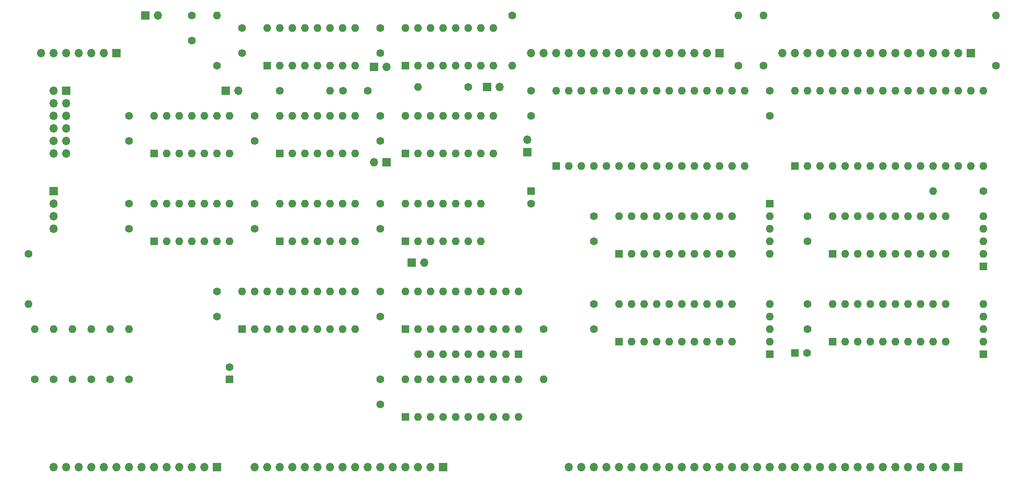
<source format=gts>
G04 #@! TF.GenerationSoftware,KiCad,Pcbnew,(7.0.0)*
G04 #@! TF.CreationDate,2024-03-28T20:34:17-07:00*
G04 #@! TF.ProjectId,video_output,76696465-6f5f-46f7-9574-7075742e6b69,rev?*
G04 #@! TF.SameCoordinates,Original*
G04 #@! TF.FileFunction,Soldermask,Top*
G04 #@! TF.FilePolarity,Negative*
%FSLAX46Y46*%
G04 Gerber Fmt 4.6, Leading zero omitted, Abs format (unit mm)*
G04 Created by KiCad (PCBNEW (7.0.0)) date 2024-03-28 20:34:17*
%MOMM*%
%LPD*%
G01*
G04 APERTURE LIST*
%ADD10R,1.600000X1.600000*%
%ADD11O,1.600000X1.600000*%
%ADD12C,1.600000*%
%ADD13R,1.700000X1.700000*%
%ADD14O,1.700000X1.700000*%
G04 APERTURE END LIST*
D10*
X205739999Y-121919999D03*
D11*
X205739999Y-119379999D03*
X205739999Y-116839999D03*
X205739999Y-114299999D03*
X205739999Y-111759999D03*
D12*
X144780000Y-67818000D03*
D11*
X134619999Y-67817999D03*
D13*
X139699999Y-144779999D03*
D14*
X137159999Y-144779999D03*
X134619999Y-144779999D03*
X132079999Y-144779999D03*
X129539999Y-144779999D03*
X126999999Y-144779999D03*
X124459999Y-144779999D03*
X121919999Y-144779999D03*
X119379999Y-144779999D03*
X116839999Y-144779999D03*
X114299999Y-144779999D03*
X111759999Y-144779999D03*
X109219999Y-144779999D03*
X106679999Y-144779999D03*
X104139999Y-144779999D03*
X101599999Y-144779999D03*
D10*
X157479999Y-88899999D03*
D12*
X157480000Y-91400000D03*
X248920000Y-88900000D03*
D11*
X238759999Y-88899999D03*
D12*
X170180000Y-111760000D03*
X170180000Y-116760000D03*
D10*
X210819999Y-83819999D03*
D11*
X213359999Y-83819999D03*
X215899999Y-83819999D03*
X218439999Y-83819999D03*
X220979999Y-83819999D03*
X223519999Y-83819999D03*
X226059999Y-83819999D03*
X228599999Y-83819999D03*
X231139999Y-83819999D03*
X233679999Y-83819999D03*
X236219999Y-83819999D03*
X238759999Y-83819999D03*
X241299999Y-83819999D03*
X243839999Y-83819999D03*
X246379999Y-83819999D03*
X248919999Y-83819999D03*
X248919999Y-68579999D03*
X246379999Y-68579999D03*
X243839999Y-68579999D03*
X241299999Y-68579999D03*
X238759999Y-68579999D03*
X236219999Y-68579999D03*
X233679999Y-68579999D03*
X231139999Y-68579999D03*
X228599999Y-68579999D03*
X226059999Y-68579999D03*
X223519999Y-68579999D03*
X220979999Y-68579999D03*
X218439999Y-68579999D03*
X215899999Y-68579999D03*
X213359999Y-68579999D03*
X210819999Y-68579999D03*
D10*
X248919999Y-104139999D03*
D11*
X248919999Y-101599999D03*
X248919999Y-99059999D03*
X248919999Y-96519999D03*
X248919999Y-93979999D03*
D13*
X148589999Y-67817999D03*
D14*
X151129999Y-67817999D03*
D12*
X93980000Y-114220000D03*
X93980000Y-109220000D03*
X157480000Y-68580000D03*
X157480000Y-73580000D03*
X64770000Y-127000000D03*
D11*
X64769999Y-116839999D03*
D10*
X175259999Y-101599999D03*
D11*
X177799999Y-101599999D03*
X180339999Y-101599999D03*
X182879999Y-101599999D03*
X185419999Y-101599999D03*
X187959999Y-101599999D03*
X190499999Y-101599999D03*
X193039999Y-101599999D03*
X195579999Y-101599999D03*
X198119999Y-101599999D03*
X198119999Y-93979999D03*
X195579999Y-93979999D03*
X193039999Y-93979999D03*
X190499999Y-93979999D03*
X187959999Y-93979999D03*
X185419999Y-93979999D03*
X182879999Y-93979999D03*
X180339999Y-93979999D03*
X177799999Y-93979999D03*
X175259999Y-93979999D03*
D12*
X127000000Y-132000000D03*
X127000000Y-127000000D03*
D10*
X99059999Y-116839999D03*
D11*
X101599999Y-116839999D03*
X104139999Y-116839999D03*
X106679999Y-116839999D03*
X109219999Y-116839999D03*
X111759999Y-116839999D03*
X114299999Y-116839999D03*
X116839999Y-116839999D03*
X119379999Y-116839999D03*
X121919999Y-116839999D03*
X121919999Y-109219999D03*
X119379999Y-109219999D03*
X116839999Y-109219999D03*
X114299999Y-109219999D03*
X111759999Y-109219999D03*
X109219999Y-109219999D03*
X106679999Y-109219999D03*
X104139999Y-109219999D03*
X101599999Y-109219999D03*
X99059999Y-109219999D03*
D13*
X93979999Y-144779999D03*
D14*
X91439999Y-144779999D03*
X88899999Y-144779999D03*
X86359999Y-144779999D03*
X83819999Y-144779999D03*
X81279999Y-144779999D03*
X78739999Y-144779999D03*
X76199999Y-144779999D03*
X73659999Y-144779999D03*
X71119999Y-144779999D03*
X68579999Y-144779999D03*
X66039999Y-144779999D03*
X63499999Y-144779999D03*
X60959999Y-144779999D03*
D12*
X68580000Y-127000000D03*
D11*
X68579999Y-116839999D03*
D12*
X204470000Y-63500000D03*
D11*
X204469999Y-53339999D03*
D12*
X160020000Y-116840000D03*
D11*
X160019999Y-126999999D03*
D10*
X132079999Y-99059999D03*
D11*
X134619999Y-99059999D03*
X137159999Y-99059999D03*
X139699999Y-99059999D03*
X142239999Y-99059999D03*
X144779999Y-99059999D03*
X147319999Y-99059999D03*
X147319999Y-91439999D03*
X144779999Y-91439999D03*
X142239999Y-91439999D03*
X139699999Y-91439999D03*
X137159999Y-91439999D03*
X134619999Y-91439999D03*
X132079999Y-91439999D03*
D12*
X99060000Y-60880000D03*
X99060000Y-55880000D03*
X251460000Y-63500000D03*
D11*
X251459999Y-53339999D03*
D10*
X218439999Y-101599999D03*
D11*
X220979999Y-101599999D03*
X223519999Y-101599999D03*
X226059999Y-101599999D03*
X228599999Y-101599999D03*
X231139999Y-101599999D03*
X233679999Y-101599999D03*
X236219999Y-101599999D03*
X238759999Y-101599999D03*
X241299999Y-101599999D03*
X241299999Y-93979999D03*
X238759999Y-93979999D03*
X236219999Y-93979999D03*
X233679999Y-93979999D03*
X231139999Y-93979999D03*
X228599999Y-93979999D03*
X226059999Y-93979999D03*
X223519999Y-93979999D03*
X220979999Y-93979999D03*
X218439999Y-93979999D03*
D12*
X72390000Y-127000000D03*
D11*
X72389999Y-116839999D03*
D10*
X175259999Y-119379999D03*
D11*
X177799999Y-119379999D03*
X180339999Y-119379999D03*
X182879999Y-119379999D03*
X185419999Y-119379999D03*
X187959999Y-119379999D03*
X190499999Y-119379999D03*
X193039999Y-119379999D03*
X195579999Y-119379999D03*
X198119999Y-119379999D03*
X198119999Y-111759999D03*
X195579999Y-111759999D03*
X193039999Y-111759999D03*
X190499999Y-111759999D03*
X187959999Y-111759999D03*
X185419999Y-111759999D03*
X182879999Y-111759999D03*
X180339999Y-111759999D03*
X177799999Y-111759999D03*
X175259999Y-111759999D03*
D10*
X106679999Y-99059999D03*
D11*
X109219999Y-99059999D03*
X111759999Y-99059999D03*
X114299999Y-99059999D03*
X116839999Y-99059999D03*
X119379999Y-99059999D03*
X121919999Y-99059999D03*
X121919999Y-91439999D03*
X119379999Y-91439999D03*
X116839999Y-91439999D03*
X114299999Y-91439999D03*
X111759999Y-91439999D03*
X109219999Y-91439999D03*
X106679999Y-91439999D03*
D12*
X76200000Y-78660000D03*
X76200000Y-73660000D03*
X60960000Y-127000000D03*
D11*
X60959999Y-116839999D03*
D13*
X73659999Y-60959999D03*
D14*
X71119999Y-60959999D03*
X68579999Y-60959999D03*
X66039999Y-60959999D03*
X63499999Y-60959999D03*
X60959999Y-60959999D03*
X58419999Y-60959999D03*
D12*
X76200000Y-96440000D03*
X76200000Y-91440000D03*
X127000000Y-60880000D03*
X127000000Y-55880000D03*
D10*
X248919999Y-121919999D03*
D11*
X248919999Y-119379999D03*
X248919999Y-116839999D03*
X248919999Y-114299999D03*
X248919999Y-111759999D03*
D12*
X93980000Y-63500000D03*
D11*
X93979999Y-53339999D03*
D13*
X156717999Y-81025999D03*
D14*
X156717999Y-78485999D03*
D10*
X96519999Y-126999999D03*
D12*
X96520000Y-124500000D03*
D10*
X205739999Y-91439999D03*
D11*
X205739999Y-93979999D03*
X205739999Y-96519999D03*
X205739999Y-99059999D03*
X205739999Y-101599999D03*
D13*
X133349999Y-103377999D03*
D14*
X135889999Y-103377999D03*
D13*
X79501999Y-53339999D03*
D14*
X82041999Y-53339999D03*
D13*
X63499999Y-68579999D03*
D14*
X60959999Y-68579999D03*
X63499999Y-71119999D03*
X60959999Y-71119999D03*
X63499999Y-73659999D03*
X60959999Y-73659999D03*
X63499999Y-76199999D03*
X60959999Y-76199999D03*
X63499999Y-78739999D03*
X60959999Y-78739999D03*
X63499999Y-81279999D03*
X60959999Y-81279999D03*
D12*
X153670000Y-53340000D03*
D11*
X153669999Y-63499999D03*
D13*
X95757999Y-68579999D03*
D14*
X98297999Y-68579999D03*
D10*
X104139999Y-63499999D03*
D11*
X106679999Y-63499999D03*
X109219999Y-63499999D03*
X111759999Y-63499999D03*
X114299999Y-63499999D03*
X116839999Y-63499999D03*
X119379999Y-63499999D03*
X121919999Y-63499999D03*
X121919999Y-55879999D03*
X119379999Y-55879999D03*
X116839999Y-55879999D03*
X114299999Y-55879999D03*
X111759999Y-55879999D03*
X109219999Y-55879999D03*
X106679999Y-55879999D03*
X104139999Y-55879999D03*
D10*
X132079999Y-63499999D03*
D11*
X134619999Y-63499999D03*
X137159999Y-63499999D03*
X139699999Y-63499999D03*
X142239999Y-63499999D03*
X144779999Y-63499999D03*
X147319999Y-63499999D03*
X149859999Y-63499999D03*
X149859999Y-55879999D03*
X147319999Y-55879999D03*
X144779999Y-55879999D03*
X142239999Y-55879999D03*
X139699999Y-55879999D03*
X137159999Y-55879999D03*
X134619999Y-55879999D03*
X132079999Y-55879999D03*
D13*
X60959999Y-88899999D03*
D14*
X60959999Y-91439999D03*
X60959999Y-93979999D03*
X60959999Y-96519999D03*
D12*
X127000000Y-78660000D03*
X127000000Y-73660000D03*
D10*
X81279999Y-99059999D03*
D11*
X83819999Y-99059999D03*
X86359999Y-99059999D03*
X88899999Y-99059999D03*
X91439999Y-99059999D03*
X93979999Y-99059999D03*
X96519999Y-99059999D03*
X96519999Y-91439999D03*
X93979999Y-91439999D03*
X91439999Y-91439999D03*
X88899999Y-91439999D03*
X86359999Y-91439999D03*
X83819999Y-91439999D03*
X81279999Y-91439999D03*
D12*
X127000000Y-96440000D03*
X127000000Y-91440000D03*
D13*
X125729999Y-63753999D03*
D14*
X128269999Y-63753999D03*
D13*
X246379999Y-60959999D03*
D14*
X243839999Y-60959999D03*
X241299999Y-60959999D03*
X238759999Y-60959999D03*
X236219999Y-60959999D03*
X233679999Y-60959999D03*
X231139999Y-60959999D03*
X228599999Y-60959999D03*
X226059999Y-60959999D03*
X223519999Y-60959999D03*
X220979999Y-60959999D03*
X218439999Y-60959999D03*
X215899999Y-60959999D03*
X213359999Y-60959999D03*
X210819999Y-60959999D03*
X208279999Y-60959999D03*
D12*
X124460000Y-68580000D03*
X119460000Y-68580000D03*
D10*
X132079999Y-134619999D03*
D11*
X134619999Y-134619999D03*
X137159999Y-134619999D03*
X139699999Y-134619999D03*
X142239999Y-134619999D03*
X144779999Y-134619999D03*
X147319999Y-134619999D03*
X149859999Y-134619999D03*
X152399999Y-134619999D03*
X154939999Y-134619999D03*
X154939999Y-126999999D03*
X152399999Y-126999999D03*
X149859999Y-126999999D03*
X147319999Y-126999999D03*
X144779999Y-126999999D03*
X142239999Y-126999999D03*
X139699999Y-126999999D03*
X137159999Y-126999999D03*
X134619999Y-126999999D03*
X132079999Y-126999999D03*
D12*
X127000000Y-114220000D03*
X127000000Y-109220000D03*
X170180000Y-93980000D03*
X170180000Y-98980000D03*
D13*
X128269999Y-83057999D03*
D14*
X125729999Y-83057999D03*
D10*
X154939999Y-121919999D03*
D11*
X152399999Y-121919999D03*
X149859999Y-121919999D03*
X147319999Y-121919999D03*
X144779999Y-121919999D03*
X142239999Y-121919999D03*
X139699999Y-121919999D03*
X137159999Y-121919999D03*
X134619999Y-121919999D03*
D12*
X205740000Y-68580000D03*
X205740000Y-73580000D03*
X106680000Y-68580000D03*
D11*
X116839999Y-68579999D03*
D12*
X88900000Y-53340000D03*
X88900000Y-58340000D03*
X101600000Y-96440000D03*
X101600000Y-91440000D03*
D10*
X132079999Y-81279999D03*
D11*
X134619999Y-81279999D03*
X137159999Y-81279999D03*
X139699999Y-81279999D03*
X142239999Y-81279999D03*
X144779999Y-81279999D03*
X147319999Y-81279999D03*
X149859999Y-81279999D03*
X149859999Y-73659999D03*
X147319999Y-73659999D03*
X144779999Y-73659999D03*
X142239999Y-73659999D03*
X139699999Y-73659999D03*
X137159999Y-73659999D03*
X134619999Y-73659999D03*
X132079999Y-73659999D03*
D12*
X55880000Y-101600000D03*
D11*
X55879999Y-111759999D03*
D12*
X57150000Y-127000000D03*
D11*
X57149999Y-116839999D03*
D12*
X101600000Y-78660000D03*
X101600000Y-73660000D03*
D10*
X106679999Y-81279999D03*
D11*
X109219999Y-81279999D03*
X111759999Y-81279999D03*
X114299999Y-81279999D03*
X116839999Y-81279999D03*
X119379999Y-81279999D03*
X121919999Y-81279999D03*
X121919999Y-73659999D03*
X119379999Y-73659999D03*
X116839999Y-73659999D03*
X114299999Y-73659999D03*
X111759999Y-73659999D03*
X109219999Y-73659999D03*
X106679999Y-73659999D03*
D10*
X210819999Y-121665999D03*
D12*
X213320000Y-121666000D03*
X213360000Y-111760000D03*
X213360000Y-116760000D03*
X76200000Y-127000000D03*
D11*
X76199999Y-116839999D03*
D13*
X195579999Y-60959999D03*
D14*
X193039999Y-60959999D03*
X190499999Y-60959999D03*
X187959999Y-60959999D03*
X185419999Y-60959999D03*
X182879999Y-60959999D03*
X180339999Y-60959999D03*
X177799999Y-60959999D03*
X175259999Y-60959999D03*
X172719999Y-60959999D03*
X170179999Y-60959999D03*
X167639999Y-60959999D03*
X165099999Y-60959999D03*
X162559999Y-60959999D03*
X160019999Y-60959999D03*
X157479999Y-60959999D03*
D10*
X81279999Y-81279999D03*
D11*
X83819999Y-81279999D03*
X86359999Y-81279999D03*
X88899999Y-81279999D03*
X91439999Y-81279999D03*
X93979999Y-81279999D03*
X96519999Y-81279999D03*
X96519999Y-73659999D03*
X93979999Y-73659999D03*
X91439999Y-73659999D03*
X88899999Y-73659999D03*
X86359999Y-73659999D03*
X83819999Y-73659999D03*
X81279999Y-73659999D03*
D13*
X243839999Y-144779999D03*
D14*
X241299999Y-144779999D03*
X238759999Y-144779999D03*
X236219999Y-144779999D03*
X233679999Y-144779999D03*
X231139999Y-144779999D03*
X228599999Y-144779999D03*
X226059999Y-144779999D03*
X223519999Y-144779999D03*
X220979999Y-144779999D03*
X218439999Y-144779999D03*
X215899999Y-144779999D03*
X213359999Y-144779999D03*
X210819999Y-144779999D03*
X208279999Y-144779999D03*
X205739999Y-144779999D03*
X203199999Y-144779999D03*
X200659999Y-144779999D03*
X198119999Y-144779999D03*
X195579999Y-144779999D03*
X193039999Y-144779999D03*
X190499999Y-144779999D03*
X187959999Y-144779999D03*
X185419999Y-144779999D03*
X182879999Y-144779999D03*
X180339999Y-144779999D03*
X177799999Y-144779999D03*
X175259999Y-144779999D03*
X172719999Y-144779999D03*
X170179999Y-144779999D03*
X167639999Y-144779999D03*
X165099999Y-144779999D03*
D12*
X213360000Y-93980000D03*
X213360000Y-98980000D03*
D10*
X218439999Y-119379999D03*
D11*
X220979999Y-119379999D03*
X223519999Y-119379999D03*
X226059999Y-119379999D03*
X228599999Y-119379999D03*
X231139999Y-119379999D03*
X233679999Y-119379999D03*
X236219999Y-119379999D03*
X238759999Y-119379999D03*
X241299999Y-119379999D03*
X241299999Y-111759999D03*
X238759999Y-111759999D03*
X236219999Y-111759999D03*
X233679999Y-111759999D03*
X231139999Y-111759999D03*
X228599999Y-111759999D03*
X226059999Y-111759999D03*
X223519999Y-111759999D03*
X220979999Y-111759999D03*
X218439999Y-111759999D03*
D12*
X199390000Y-63500000D03*
D11*
X199389999Y-53339999D03*
D10*
X162559999Y-83819999D03*
D11*
X165099999Y-83819999D03*
X167639999Y-83819999D03*
X170179999Y-83819999D03*
X172719999Y-83819999D03*
X175259999Y-83819999D03*
X177799999Y-83819999D03*
X180339999Y-83819999D03*
X182879999Y-83819999D03*
X185419999Y-83819999D03*
X187959999Y-83819999D03*
X190499999Y-83819999D03*
X193039999Y-83819999D03*
X195579999Y-83819999D03*
X198119999Y-83819999D03*
X200659999Y-83819999D03*
X200659999Y-68579999D03*
X198119999Y-68579999D03*
X195579999Y-68579999D03*
X193039999Y-68579999D03*
X190499999Y-68579999D03*
X187959999Y-68579999D03*
X185419999Y-68579999D03*
X182879999Y-68579999D03*
X180339999Y-68579999D03*
X177799999Y-68579999D03*
X175259999Y-68579999D03*
X172719999Y-68579999D03*
X170179999Y-68579999D03*
X167639999Y-68579999D03*
X165099999Y-68579999D03*
X162559999Y-68579999D03*
D10*
X132079999Y-116839999D03*
D11*
X134619999Y-116839999D03*
X137159999Y-116839999D03*
X139699999Y-116839999D03*
X142239999Y-116839999D03*
X144779999Y-116839999D03*
X147319999Y-116839999D03*
X149859999Y-116839999D03*
X152399999Y-116839999D03*
X154939999Y-116839999D03*
X154939999Y-109219999D03*
X152399999Y-109219999D03*
X149859999Y-109219999D03*
X147319999Y-109219999D03*
X144779999Y-109219999D03*
X142239999Y-109219999D03*
X139699999Y-109219999D03*
X137159999Y-109219999D03*
X134619999Y-109219999D03*
X132079999Y-109219999D03*
M02*

</source>
